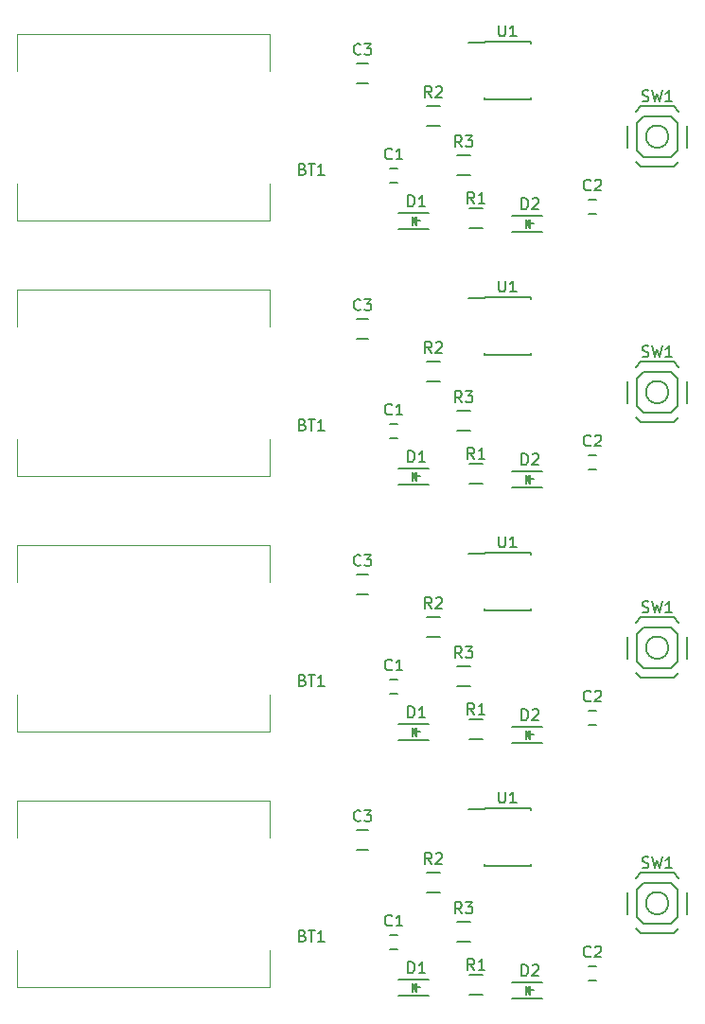
<source format=gto>
G04 #@! TF.FileFunction,Legend,Top*
%FSLAX46Y46*%
G04 Gerber Fmt 4.6, Leading zero omitted, Abs format (unit mm)*
G04 Created by KiCad (PCBNEW 4.0.5+dfsg1-4) date Tue Jun 30 20:55:17 2020*
%MOMM*%
%LPD*%
G01*
G04 APERTURE LIST*
%ADD10C,0.100000*%
%ADD11C,0.150000*%
G04 APERTURE END LIST*
D10*
D11*
X144938000Y-63408000D02*
X145638000Y-63408000D01*
X145638000Y-64608000D02*
X144938000Y-64608000D01*
X152149100Y-63968600D02*
X150949100Y-63968600D01*
X150949100Y-62218600D02*
X152149100Y-62218600D01*
X149444000Y-59549000D02*
X148244000Y-59549000D01*
X148244000Y-57799000D02*
X149444000Y-57799000D01*
X145720000Y-68822000D02*
X148420000Y-68822000D01*
X145720000Y-67322000D02*
X148420000Y-67322000D01*
X147220000Y-68222000D02*
X147220000Y-67972000D01*
X147220000Y-67972000D02*
X147070000Y-68122000D01*
X146970000Y-67722000D02*
X146970000Y-68422000D01*
X147320000Y-68072000D02*
X147670000Y-68072000D01*
X146970000Y-68072000D02*
X147320000Y-67722000D01*
X147320000Y-67722000D02*
X147320000Y-68422000D01*
X147320000Y-68422000D02*
X146970000Y-68072000D01*
X155880000Y-69076000D02*
X158580000Y-69076000D01*
X155880000Y-67576000D02*
X158580000Y-67576000D01*
X157380000Y-68476000D02*
X157380000Y-68226000D01*
X157380000Y-68226000D02*
X157230000Y-68376000D01*
X157130000Y-67976000D02*
X157130000Y-68676000D01*
X157480000Y-68326000D02*
X157830000Y-68326000D01*
X157130000Y-68326000D02*
X157480000Y-67976000D01*
X157480000Y-67976000D02*
X157480000Y-68676000D01*
X157480000Y-68676000D02*
X157130000Y-68326000D01*
X162718000Y-66202000D02*
X163418000Y-66202000D01*
X163418000Y-67402000D02*
X162718000Y-67402000D01*
X153254000Y-68693000D02*
X152054000Y-68693000D01*
X152054000Y-66943000D02*
X153254000Y-66943000D01*
X169858000Y-60524000D02*
G75*
G03X169858000Y-60524000I-1000000J0D01*
G01*
X167658000Y-58724000D02*
X170058000Y-58724000D01*
X167058000Y-59324000D02*
X167658000Y-58724000D01*
X167058000Y-61724000D02*
X167058000Y-59324000D01*
X167658000Y-62324000D02*
X167058000Y-61724000D01*
X170058000Y-62324000D02*
X167658000Y-62324000D01*
X170658000Y-61724000D02*
X170058000Y-62324000D01*
X170658000Y-59324000D02*
X170658000Y-61724000D01*
X170058000Y-58724000D02*
X170658000Y-59324000D01*
X167408000Y-57824000D02*
X170308000Y-57824000D01*
X166958000Y-58274000D02*
X167408000Y-57824000D01*
X166158000Y-61524000D02*
X166158000Y-59524000D01*
X167408000Y-63224000D02*
X166958000Y-62774000D01*
X170308000Y-63224000D02*
X167408000Y-63224000D01*
X170758000Y-62774000D02*
X170308000Y-63224000D01*
X171558000Y-59524000D02*
X171558000Y-61524000D01*
X170308000Y-57824000D02*
X170758000Y-58274000D01*
X153373000Y-52035000D02*
X153373000Y-52085000D01*
X157523000Y-52035000D02*
X157523000Y-52180000D01*
X157523000Y-57185000D02*
X157523000Y-57040000D01*
X153373000Y-57185000D02*
X153373000Y-57040000D01*
X153373000Y-52035000D02*
X157523000Y-52035000D01*
X153373000Y-57185000D02*
X157523000Y-57185000D01*
X153373000Y-52085000D02*
X151973000Y-52085000D01*
X142978000Y-54014000D02*
X141978000Y-54014000D01*
X141978000Y-55714000D02*
X142978000Y-55714000D01*
D10*
X111614000Y-51390000D02*
X111614000Y-54690000D01*
X134214000Y-51390000D02*
X134214000Y-54690000D01*
X111614000Y-64690000D02*
X111614000Y-67990000D01*
X134214000Y-67990000D02*
X134214000Y-64690000D01*
X111614000Y-51390000D02*
X134214000Y-51390000D01*
X111614000Y-67990000D02*
X134214000Y-67990000D01*
X111614000Y-74250000D02*
X111614000Y-77550000D01*
X134214000Y-74250000D02*
X134214000Y-77550000D01*
X111614000Y-87550000D02*
X111614000Y-90850000D01*
X134214000Y-90850000D02*
X134214000Y-87550000D01*
X111614000Y-74250000D02*
X134214000Y-74250000D01*
X111614000Y-90850000D02*
X134214000Y-90850000D01*
D11*
X169858000Y-83384000D02*
G75*
G03X169858000Y-83384000I-1000000J0D01*
G01*
X167658000Y-81584000D02*
X170058000Y-81584000D01*
X167058000Y-82184000D02*
X167658000Y-81584000D01*
X167058000Y-84584000D02*
X167058000Y-82184000D01*
X167658000Y-85184000D02*
X167058000Y-84584000D01*
X170058000Y-85184000D02*
X167658000Y-85184000D01*
X170658000Y-84584000D02*
X170058000Y-85184000D01*
X170658000Y-82184000D02*
X170658000Y-84584000D01*
X170058000Y-81584000D02*
X170658000Y-82184000D01*
X167408000Y-80684000D02*
X170308000Y-80684000D01*
X166958000Y-81134000D02*
X167408000Y-80684000D01*
X166158000Y-84384000D02*
X166158000Y-82384000D01*
X167408000Y-86084000D02*
X166958000Y-85634000D01*
X170308000Y-86084000D02*
X167408000Y-86084000D01*
X170758000Y-85634000D02*
X170308000Y-86084000D01*
X171558000Y-82384000D02*
X171558000Y-84384000D01*
X170308000Y-80684000D02*
X170758000Y-81134000D01*
X162718000Y-89062000D02*
X163418000Y-89062000D01*
X163418000Y-90262000D02*
X162718000Y-90262000D01*
X142978000Y-76874000D02*
X141978000Y-76874000D01*
X141978000Y-78574000D02*
X142978000Y-78574000D01*
X149444000Y-82409000D02*
X148244000Y-82409000D01*
X148244000Y-80659000D02*
X149444000Y-80659000D01*
X153373000Y-74895000D02*
X153373000Y-74945000D01*
X157523000Y-74895000D02*
X157523000Y-75040000D01*
X157523000Y-80045000D02*
X157523000Y-79900000D01*
X153373000Y-80045000D02*
X153373000Y-79900000D01*
X153373000Y-74895000D02*
X157523000Y-74895000D01*
X153373000Y-80045000D02*
X157523000Y-80045000D01*
X153373000Y-74945000D02*
X151973000Y-74945000D01*
X144938000Y-86268000D02*
X145638000Y-86268000D01*
X145638000Y-87468000D02*
X144938000Y-87468000D01*
X153254000Y-91553000D02*
X152054000Y-91553000D01*
X152054000Y-89803000D02*
X153254000Y-89803000D01*
X152149100Y-86828600D02*
X150949100Y-86828600D01*
X150949100Y-85078600D02*
X152149100Y-85078600D01*
X145720000Y-91682000D02*
X148420000Y-91682000D01*
X145720000Y-90182000D02*
X148420000Y-90182000D01*
X147220000Y-91082000D02*
X147220000Y-90832000D01*
X147220000Y-90832000D02*
X147070000Y-90982000D01*
X146970000Y-90582000D02*
X146970000Y-91282000D01*
X147320000Y-90932000D02*
X147670000Y-90932000D01*
X146970000Y-90932000D02*
X147320000Y-90582000D01*
X147320000Y-90582000D02*
X147320000Y-91282000D01*
X147320000Y-91282000D02*
X146970000Y-90932000D01*
X155880000Y-91936000D02*
X158580000Y-91936000D01*
X155880000Y-90436000D02*
X158580000Y-90436000D01*
X157380000Y-91336000D02*
X157380000Y-91086000D01*
X157380000Y-91086000D02*
X157230000Y-91236000D01*
X157130000Y-90836000D02*
X157130000Y-91536000D01*
X157480000Y-91186000D02*
X157830000Y-91186000D01*
X157130000Y-91186000D02*
X157480000Y-90836000D01*
X157480000Y-90836000D02*
X157480000Y-91536000D01*
X157480000Y-91536000D02*
X157130000Y-91186000D01*
X169858000Y-106244000D02*
G75*
G03X169858000Y-106244000I-1000000J0D01*
G01*
X167658000Y-104444000D02*
X170058000Y-104444000D01*
X167058000Y-105044000D02*
X167658000Y-104444000D01*
X167058000Y-107444000D02*
X167058000Y-105044000D01*
X167658000Y-108044000D02*
X167058000Y-107444000D01*
X170058000Y-108044000D02*
X167658000Y-108044000D01*
X170658000Y-107444000D02*
X170058000Y-108044000D01*
X170658000Y-105044000D02*
X170658000Y-107444000D01*
X170058000Y-104444000D02*
X170658000Y-105044000D01*
X167408000Y-103544000D02*
X170308000Y-103544000D01*
X166958000Y-103994000D02*
X167408000Y-103544000D01*
X166158000Y-107244000D02*
X166158000Y-105244000D01*
X167408000Y-108944000D02*
X166958000Y-108494000D01*
X170308000Y-108944000D02*
X167408000Y-108944000D01*
X170758000Y-108494000D02*
X170308000Y-108944000D01*
X171558000Y-105244000D02*
X171558000Y-107244000D01*
X170308000Y-103544000D02*
X170758000Y-103994000D01*
D10*
X111614000Y-97110000D02*
X111614000Y-100410000D01*
X134214000Y-97110000D02*
X134214000Y-100410000D01*
X111614000Y-110410000D02*
X111614000Y-113710000D01*
X134214000Y-113710000D02*
X134214000Y-110410000D01*
X111614000Y-97110000D02*
X134214000Y-97110000D01*
X111614000Y-113710000D02*
X134214000Y-113710000D01*
D11*
X144938000Y-109128000D02*
X145638000Y-109128000D01*
X145638000Y-110328000D02*
X144938000Y-110328000D01*
X142978000Y-99734000D02*
X141978000Y-99734000D01*
X141978000Y-101434000D02*
X142978000Y-101434000D01*
X149444000Y-105269000D02*
X148244000Y-105269000D01*
X148244000Y-103519000D02*
X149444000Y-103519000D01*
X145720000Y-114542000D02*
X148420000Y-114542000D01*
X145720000Y-113042000D02*
X148420000Y-113042000D01*
X147220000Y-113942000D02*
X147220000Y-113692000D01*
X147220000Y-113692000D02*
X147070000Y-113842000D01*
X146970000Y-113442000D02*
X146970000Y-114142000D01*
X147320000Y-113792000D02*
X147670000Y-113792000D01*
X146970000Y-113792000D02*
X147320000Y-113442000D01*
X147320000Y-113442000D02*
X147320000Y-114142000D01*
X147320000Y-114142000D02*
X146970000Y-113792000D01*
X153373000Y-97755000D02*
X153373000Y-97805000D01*
X157523000Y-97755000D02*
X157523000Y-97900000D01*
X157523000Y-102905000D02*
X157523000Y-102760000D01*
X153373000Y-102905000D02*
X153373000Y-102760000D01*
X153373000Y-97755000D02*
X157523000Y-97755000D01*
X153373000Y-102905000D02*
X157523000Y-102905000D01*
X153373000Y-97805000D02*
X151973000Y-97805000D01*
X153254000Y-114413000D02*
X152054000Y-114413000D01*
X152054000Y-112663000D02*
X153254000Y-112663000D01*
X152149100Y-109688600D02*
X150949100Y-109688600D01*
X150949100Y-107938600D02*
X152149100Y-107938600D01*
X162718000Y-111922000D02*
X163418000Y-111922000D01*
X163418000Y-113122000D02*
X162718000Y-113122000D01*
X155880000Y-114796000D02*
X158580000Y-114796000D01*
X155880000Y-113296000D02*
X158580000Y-113296000D01*
X157380000Y-114196000D02*
X157380000Y-113946000D01*
X157380000Y-113946000D02*
X157230000Y-114096000D01*
X157130000Y-113696000D02*
X157130000Y-114396000D01*
X157480000Y-114046000D02*
X157830000Y-114046000D01*
X157130000Y-114046000D02*
X157480000Y-113696000D01*
X157480000Y-113696000D02*
X157480000Y-114396000D01*
X157480000Y-114396000D02*
X157130000Y-114046000D01*
D10*
X111614000Y-119970000D02*
X111614000Y-123270000D01*
X134214000Y-119970000D02*
X134214000Y-123270000D01*
X111614000Y-133270000D02*
X111614000Y-136570000D01*
X134214000Y-136570000D02*
X134214000Y-133270000D01*
X111614000Y-119970000D02*
X134214000Y-119970000D01*
X111614000Y-136570000D02*
X134214000Y-136570000D01*
D11*
X144938000Y-131988000D02*
X145638000Y-131988000D01*
X145638000Y-133188000D02*
X144938000Y-133188000D01*
X162718000Y-134782000D02*
X163418000Y-134782000D01*
X163418000Y-135982000D02*
X162718000Y-135982000D01*
X142978000Y-122594000D02*
X141978000Y-122594000D01*
X141978000Y-124294000D02*
X142978000Y-124294000D01*
X145720000Y-137402000D02*
X148420000Y-137402000D01*
X145720000Y-135902000D02*
X148420000Y-135902000D01*
X147220000Y-136802000D02*
X147220000Y-136552000D01*
X147220000Y-136552000D02*
X147070000Y-136702000D01*
X146970000Y-136302000D02*
X146970000Y-137002000D01*
X147320000Y-136652000D02*
X147670000Y-136652000D01*
X146970000Y-136652000D02*
X147320000Y-136302000D01*
X147320000Y-136302000D02*
X147320000Y-137002000D01*
X147320000Y-137002000D02*
X146970000Y-136652000D01*
X155880000Y-137656000D02*
X158580000Y-137656000D01*
X155880000Y-136156000D02*
X158580000Y-136156000D01*
X157380000Y-137056000D02*
X157380000Y-136806000D01*
X157380000Y-136806000D02*
X157230000Y-136956000D01*
X157130000Y-136556000D02*
X157130000Y-137256000D01*
X157480000Y-136906000D02*
X157830000Y-136906000D01*
X157130000Y-136906000D02*
X157480000Y-136556000D01*
X157480000Y-136556000D02*
X157480000Y-137256000D01*
X157480000Y-137256000D02*
X157130000Y-136906000D01*
X153254000Y-137273000D02*
X152054000Y-137273000D01*
X152054000Y-135523000D02*
X153254000Y-135523000D01*
X149444000Y-128129000D02*
X148244000Y-128129000D01*
X148244000Y-126379000D02*
X149444000Y-126379000D01*
X152149100Y-132548600D02*
X150949100Y-132548600D01*
X150949100Y-130798600D02*
X152149100Y-130798600D01*
X169858000Y-129104000D02*
G75*
G03X169858000Y-129104000I-1000000J0D01*
G01*
X167658000Y-127304000D02*
X170058000Y-127304000D01*
X167058000Y-127904000D02*
X167658000Y-127304000D01*
X167058000Y-130304000D02*
X167058000Y-127904000D01*
X167658000Y-130904000D02*
X167058000Y-130304000D01*
X170058000Y-130904000D02*
X167658000Y-130904000D01*
X170658000Y-130304000D02*
X170058000Y-130904000D01*
X170658000Y-127904000D02*
X170658000Y-130304000D01*
X170058000Y-127304000D02*
X170658000Y-127904000D01*
X167408000Y-126404000D02*
X170308000Y-126404000D01*
X166958000Y-126854000D02*
X167408000Y-126404000D01*
X166158000Y-130104000D02*
X166158000Y-128104000D01*
X167408000Y-131804000D02*
X166958000Y-131354000D01*
X170308000Y-131804000D02*
X167408000Y-131804000D01*
X170758000Y-131354000D02*
X170308000Y-131804000D01*
X171558000Y-128104000D02*
X171558000Y-130104000D01*
X170308000Y-126404000D02*
X170758000Y-126854000D01*
X153373000Y-120615000D02*
X153373000Y-120665000D01*
X157523000Y-120615000D02*
X157523000Y-120760000D01*
X157523000Y-125765000D02*
X157523000Y-125620000D01*
X153373000Y-125765000D02*
X153373000Y-125620000D01*
X153373000Y-120615000D02*
X157523000Y-120615000D01*
X153373000Y-125765000D02*
X157523000Y-125765000D01*
X153373000Y-120665000D02*
X151973000Y-120665000D01*
X145121334Y-62465143D02*
X145073715Y-62512762D01*
X144930858Y-62560381D01*
X144835620Y-62560381D01*
X144692762Y-62512762D01*
X144597524Y-62417524D01*
X144549905Y-62322286D01*
X144502286Y-62131810D01*
X144502286Y-61988952D01*
X144549905Y-61798476D01*
X144597524Y-61703238D01*
X144692762Y-61608000D01*
X144835620Y-61560381D01*
X144930858Y-61560381D01*
X145073715Y-61608000D01*
X145121334Y-61655619D01*
X146073715Y-62560381D02*
X145502286Y-62560381D01*
X145788000Y-62560381D02*
X145788000Y-61560381D01*
X145692762Y-61703238D01*
X145597524Y-61798476D01*
X145502286Y-61846095D01*
X151382434Y-61445981D02*
X151049100Y-60969790D01*
X150811005Y-61445981D02*
X150811005Y-60445981D01*
X151191958Y-60445981D01*
X151287196Y-60493600D01*
X151334815Y-60541219D01*
X151382434Y-60636457D01*
X151382434Y-60779314D01*
X151334815Y-60874552D01*
X151287196Y-60922171D01*
X151191958Y-60969790D01*
X150811005Y-60969790D01*
X151715767Y-60445981D02*
X152334815Y-60445981D01*
X152001481Y-60826933D01*
X152144339Y-60826933D01*
X152239577Y-60874552D01*
X152287196Y-60922171D01*
X152334815Y-61017410D01*
X152334815Y-61255505D01*
X152287196Y-61350743D01*
X152239577Y-61398362D01*
X152144339Y-61445981D01*
X151858624Y-61445981D01*
X151763386Y-61398362D01*
X151715767Y-61350743D01*
X148677334Y-57026381D02*
X148344000Y-56550190D01*
X148105905Y-57026381D02*
X148105905Y-56026381D01*
X148486858Y-56026381D01*
X148582096Y-56074000D01*
X148629715Y-56121619D01*
X148677334Y-56216857D01*
X148677334Y-56359714D01*
X148629715Y-56454952D01*
X148582096Y-56502571D01*
X148486858Y-56550190D01*
X148105905Y-56550190D01*
X149058286Y-56121619D02*
X149105905Y-56074000D01*
X149201143Y-56026381D01*
X149439239Y-56026381D01*
X149534477Y-56074000D01*
X149582096Y-56121619D01*
X149629715Y-56216857D01*
X149629715Y-56312095D01*
X149582096Y-56454952D01*
X149010667Y-57026381D01*
X149629715Y-57026381D01*
X146581905Y-66774381D02*
X146581905Y-65774381D01*
X146820000Y-65774381D01*
X146962858Y-65822000D01*
X147058096Y-65917238D01*
X147105715Y-66012476D01*
X147153334Y-66202952D01*
X147153334Y-66345810D01*
X147105715Y-66536286D01*
X147058096Y-66631524D01*
X146962858Y-66726762D01*
X146820000Y-66774381D01*
X146581905Y-66774381D01*
X148105715Y-66774381D02*
X147534286Y-66774381D01*
X147820000Y-66774381D02*
X147820000Y-65774381D01*
X147724762Y-65917238D01*
X147629524Y-66012476D01*
X147534286Y-66060095D01*
X156741905Y-67028381D02*
X156741905Y-66028381D01*
X156980000Y-66028381D01*
X157122858Y-66076000D01*
X157218096Y-66171238D01*
X157265715Y-66266476D01*
X157313334Y-66456952D01*
X157313334Y-66599810D01*
X157265715Y-66790286D01*
X157218096Y-66885524D01*
X157122858Y-66980762D01*
X156980000Y-67028381D01*
X156741905Y-67028381D01*
X157694286Y-66123619D02*
X157741905Y-66076000D01*
X157837143Y-66028381D01*
X158075239Y-66028381D01*
X158170477Y-66076000D01*
X158218096Y-66123619D01*
X158265715Y-66218857D01*
X158265715Y-66314095D01*
X158218096Y-66456952D01*
X157646667Y-67028381D01*
X158265715Y-67028381D01*
X162901334Y-65259143D02*
X162853715Y-65306762D01*
X162710858Y-65354381D01*
X162615620Y-65354381D01*
X162472762Y-65306762D01*
X162377524Y-65211524D01*
X162329905Y-65116286D01*
X162282286Y-64925810D01*
X162282286Y-64782952D01*
X162329905Y-64592476D01*
X162377524Y-64497238D01*
X162472762Y-64402000D01*
X162615620Y-64354381D01*
X162710858Y-64354381D01*
X162853715Y-64402000D01*
X162901334Y-64449619D01*
X163282286Y-64449619D02*
X163329905Y-64402000D01*
X163425143Y-64354381D01*
X163663239Y-64354381D01*
X163758477Y-64402000D01*
X163806096Y-64449619D01*
X163853715Y-64544857D01*
X163853715Y-64640095D01*
X163806096Y-64782952D01*
X163234667Y-65354381D01*
X163853715Y-65354381D01*
X152487334Y-66492381D02*
X152154000Y-66016190D01*
X151915905Y-66492381D02*
X151915905Y-65492381D01*
X152296858Y-65492381D01*
X152392096Y-65540000D01*
X152439715Y-65587619D01*
X152487334Y-65682857D01*
X152487334Y-65825714D01*
X152439715Y-65920952D01*
X152392096Y-65968571D01*
X152296858Y-66016190D01*
X151915905Y-66016190D01*
X153439715Y-66492381D02*
X152868286Y-66492381D01*
X153154000Y-66492381D02*
X153154000Y-65492381D01*
X153058762Y-65635238D01*
X152963524Y-65730476D01*
X152868286Y-65778095D01*
X167524667Y-57328762D02*
X167667524Y-57376381D01*
X167905620Y-57376381D01*
X168000858Y-57328762D01*
X168048477Y-57281143D01*
X168096096Y-57185905D01*
X168096096Y-57090667D01*
X168048477Y-56995429D01*
X168000858Y-56947810D01*
X167905620Y-56900190D01*
X167715143Y-56852571D01*
X167619905Y-56804952D01*
X167572286Y-56757333D01*
X167524667Y-56662095D01*
X167524667Y-56566857D01*
X167572286Y-56471619D01*
X167619905Y-56424000D01*
X167715143Y-56376381D01*
X167953239Y-56376381D01*
X168096096Y-56424000D01*
X168429429Y-56376381D02*
X168667524Y-57376381D01*
X168858001Y-56662095D01*
X169048477Y-57376381D01*
X169286572Y-56376381D01*
X170191334Y-57376381D02*
X169619905Y-57376381D01*
X169905619Y-57376381D02*
X169905619Y-56376381D01*
X169810381Y-56519238D01*
X169715143Y-56614476D01*
X169619905Y-56662095D01*
X154686095Y-50562381D02*
X154686095Y-51371905D01*
X154733714Y-51467143D01*
X154781333Y-51514762D01*
X154876571Y-51562381D01*
X155067048Y-51562381D01*
X155162286Y-51514762D01*
X155209905Y-51467143D01*
X155257524Y-51371905D01*
X155257524Y-50562381D01*
X156257524Y-51562381D02*
X155686095Y-51562381D01*
X155971809Y-51562381D02*
X155971809Y-50562381D01*
X155876571Y-50705238D01*
X155781333Y-50800476D01*
X155686095Y-50848095D01*
X142311334Y-53121143D02*
X142263715Y-53168762D01*
X142120858Y-53216381D01*
X142025620Y-53216381D01*
X141882762Y-53168762D01*
X141787524Y-53073524D01*
X141739905Y-52978286D01*
X141692286Y-52787810D01*
X141692286Y-52644952D01*
X141739905Y-52454476D01*
X141787524Y-52359238D01*
X141882762Y-52264000D01*
X142025620Y-52216381D01*
X142120858Y-52216381D01*
X142263715Y-52264000D01*
X142311334Y-52311619D01*
X142644667Y-52216381D02*
X143263715Y-52216381D01*
X142930381Y-52597333D01*
X143073239Y-52597333D01*
X143168477Y-52644952D01*
X143216096Y-52692571D01*
X143263715Y-52787810D01*
X143263715Y-53025905D01*
X143216096Y-53121143D01*
X143168477Y-53168762D01*
X143073239Y-53216381D01*
X142787524Y-53216381D01*
X142692286Y-53168762D01*
X142644667Y-53121143D01*
X137136286Y-63428571D02*
X137279143Y-63476190D01*
X137326762Y-63523810D01*
X137374381Y-63619048D01*
X137374381Y-63761905D01*
X137326762Y-63857143D01*
X137279143Y-63904762D01*
X137183905Y-63952381D01*
X136802952Y-63952381D01*
X136802952Y-62952381D01*
X137136286Y-62952381D01*
X137231524Y-63000000D01*
X137279143Y-63047619D01*
X137326762Y-63142857D01*
X137326762Y-63238095D01*
X137279143Y-63333333D01*
X137231524Y-63380952D01*
X137136286Y-63428571D01*
X136802952Y-63428571D01*
X137660095Y-62952381D02*
X138231524Y-62952381D01*
X137945809Y-63952381D02*
X137945809Y-62952381D01*
X139088667Y-63952381D02*
X138517238Y-63952381D01*
X138802952Y-63952381D02*
X138802952Y-62952381D01*
X138707714Y-63095238D01*
X138612476Y-63190476D01*
X138517238Y-63238095D01*
X137136286Y-86288571D02*
X137279143Y-86336190D01*
X137326762Y-86383810D01*
X137374381Y-86479048D01*
X137374381Y-86621905D01*
X137326762Y-86717143D01*
X137279143Y-86764762D01*
X137183905Y-86812381D01*
X136802952Y-86812381D01*
X136802952Y-85812381D01*
X137136286Y-85812381D01*
X137231524Y-85860000D01*
X137279143Y-85907619D01*
X137326762Y-86002857D01*
X137326762Y-86098095D01*
X137279143Y-86193333D01*
X137231524Y-86240952D01*
X137136286Y-86288571D01*
X136802952Y-86288571D01*
X137660095Y-85812381D02*
X138231524Y-85812381D01*
X137945809Y-86812381D02*
X137945809Y-85812381D01*
X139088667Y-86812381D02*
X138517238Y-86812381D01*
X138802952Y-86812381D02*
X138802952Y-85812381D01*
X138707714Y-85955238D01*
X138612476Y-86050476D01*
X138517238Y-86098095D01*
X167524667Y-80188762D02*
X167667524Y-80236381D01*
X167905620Y-80236381D01*
X168000858Y-80188762D01*
X168048477Y-80141143D01*
X168096096Y-80045905D01*
X168096096Y-79950667D01*
X168048477Y-79855429D01*
X168000858Y-79807810D01*
X167905620Y-79760190D01*
X167715143Y-79712571D01*
X167619905Y-79664952D01*
X167572286Y-79617333D01*
X167524667Y-79522095D01*
X167524667Y-79426857D01*
X167572286Y-79331619D01*
X167619905Y-79284000D01*
X167715143Y-79236381D01*
X167953239Y-79236381D01*
X168096096Y-79284000D01*
X168429429Y-79236381D02*
X168667524Y-80236381D01*
X168858001Y-79522095D01*
X169048477Y-80236381D01*
X169286572Y-79236381D01*
X170191334Y-80236381D02*
X169619905Y-80236381D01*
X169905619Y-80236381D02*
X169905619Y-79236381D01*
X169810381Y-79379238D01*
X169715143Y-79474476D01*
X169619905Y-79522095D01*
X162901334Y-88119143D02*
X162853715Y-88166762D01*
X162710858Y-88214381D01*
X162615620Y-88214381D01*
X162472762Y-88166762D01*
X162377524Y-88071524D01*
X162329905Y-87976286D01*
X162282286Y-87785810D01*
X162282286Y-87642952D01*
X162329905Y-87452476D01*
X162377524Y-87357238D01*
X162472762Y-87262000D01*
X162615620Y-87214381D01*
X162710858Y-87214381D01*
X162853715Y-87262000D01*
X162901334Y-87309619D01*
X163282286Y-87309619D02*
X163329905Y-87262000D01*
X163425143Y-87214381D01*
X163663239Y-87214381D01*
X163758477Y-87262000D01*
X163806096Y-87309619D01*
X163853715Y-87404857D01*
X163853715Y-87500095D01*
X163806096Y-87642952D01*
X163234667Y-88214381D01*
X163853715Y-88214381D01*
X142311334Y-75981143D02*
X142263715Y-76028762D01*
X142120858Y-76076381D01*
X142025620Y-76076381D01*
X141882762Y-76028762D01*
X141787524Y-75933524D01*
X141739905Y-75838286D01*
X141692286Y-75647810D01*
X141692286Y-75504952D01*
X141739905Y-75314476D01*
X141787524Y-75219238D01*
X141882762Y-75124000D01*
X142025620Y-75076381D01*
X142120858Y-75076381D01*
X142263715Y-75124000D01*
X142311334Y-75171619D01*
X142644667Y-75076381D02*
X143263715Y-75076381D01*
X142930381Y-75457333D01*
X143073239Y-75457333D01*
X143168477Y-75504952D01*
X143216096Y-75552571D01*
X143263715Y-75647810D01*
X143263715Y-75885905D01*
X143216096Y-75981143D01*
X143168477Y-76028762D01*
X143073239Y-76076381D01*
X142787524Y-76076381D01*
X142692286Y-76028762D01*
X142644667Y-75981143D01*
X148677334Y-79886381D02*
X148344000Y-79410190D01*
X148105905Y-79886381D02*
X148105905Y-78886381D01*
X148486858Y-78886381D01*
X148582096Y-78934000D01*
X148629715Y-78981619D01*
X148677334Y-79076857D01*
X148677334Y-79219714D01*
X148629715Y-79314952D01*
X148582096Y-79362571D01*
X148486858Y-79410190D01*
X148105905Y-79410190D01*
X149058286Y-78981619D02*
X149105905Y-78934000D01*
X149201143Y-78886381D01*
X149439239Y-78886381D01*
X149534477Y-78934000D01*
X149582096Y-78981619D01*
X149629715Y-79076857D01*
X149629715Y-79172095D01*
X149582096Y-79314952D01*
X149010667Y-79886381D01*
X149629715Y-79886381D01*
X154686095Y-73422381D02*
X154686095Y-74231905D01*
X154733714Y-74327143D01*
X154781333Y-74374762D01*
X154876571Y-74422381D01*
X155067048Y-74422381D01*
X155162286Y-74374762D01*
X155209905Y-74327143D01*
X155257524Y-74231905D01*
X155257524Y-73422381D01*
X156257524Y-74422381D02*
X155686095Y-74422381D01*
X155971809Y-74422381D02*
X155971809Y-73422381D01*
X155876571Y-73565238D01*
X155781333Y-73660476D01*
X155686095Y-73708095D01*
X145121334Y-85325143D02*
X145073715Y-85372762D01*
X144930858Y-85420381D01*
X144835620Y-85420381D01*
X144692762Y-85372762D01*
X144597524Y-85277524D01*
X144549905Y-85182286D01*
X144502286Y-84991810D01*
X144502286Y-84848952D01*
X144549905Y-84658476D01*
X144597524Y-84563238D01*
X144692762Y-84468000D01*
X144835620Y-84420381D01*
X144930858Y-84420381D01*
X145073715Y-84468000D01*
X145121334Y-84515619D01*
X146073715Y-85420381D02*
X145502286Y-85420381D01*
X145788000Y-85420381D02*
X145788000Y-84420381D01*
X145692762Y-84563238D01*
X145597524Y-84658476D01*
X145502286Y-84706095D01*
X152487334Y-89352381D02*
X152154000Y-88876190D01*
X151915905Y-89352381D02*
X151915905Y-88352381D01*
X152296858Y-88352381D01*
X152392096Y-88400000D01*
X152439715Y-88447619D01*
X152487334Y-88542857D01*
X152487334Y-88685714D01*
X152439715Y-88780952D01*
X152392096Y-88828571D01*
X152296858Y-88876190D01*
X151915905Y-88876190D01*
X153439715Y-89352381D02*
X152868286Y-89352381D01*
X153154000Y-89352381D02*
X153154000Y-88352381D01*
X153058762Y-88495238D01*
X152963524Y-88590476D01*
X152868286Y-88638095D01*
X151382434Y-84305981D02*
X151049100Y-83829790D01*
X150811005Y-84305981D02*
X150811005Y-83305981D01*
X151191958Y-83305981D01*
X151287196Y-83353600D01*
X151334815Y-83401219D01*
X151382434Y-83496457D01*
X151382434Y-83639314D01*
X151334815Y-83734552D01*
X151287196Y-83782171D01*
X151191958Y-83829790D01*
X150811005Y-83829790D01*
X151715767Y-83305981D02*
X152334815Y-83305981D01*
X152001481Y-83686933D01*
X152144339Y-83686933D01*
X152239577Y-83734552D01*
X152287196Y-83782171D01*
X152334815Y-83877410D01*
X152334815Y-84115505D01*
X152287196Y-84210743D01*
X152239577Y-84258362D01*
X152144339Y-84305981D01*
X151858624Y-84305981D01*
X151763386Y-84258362D01*
X151715767Y-84210743D01*
X146581905Y-89634381D02*
X146581905Y-88634381D01*
X146820000Y-88634381D01*
X146962858Y-88682000D01*
X147058096Y-88777238D01*
X147105715Y-88872476D01*
X147153334Y-89062952D01*
X147153334Y-89205810D01*
X147105715Y-89396286D01*
X147058096Y-89491524D01*
X146962858Y-89586762D01*
X146820000Y-89634381D01*
X146581905Y-89634381D01*
X148105715Y-89634381D02*
X147534286Y-89634381D01*
X147820000Y-89634381D02*
X147820000Y-88634381D01*
X147724762Y-88777238D01*
X147629524Y-88872476D01*
X147534286Y-88920095D01*
X156741905Y-89888381D02*
X156741905Y-88888381D01*
X156980000Y-88888381D01*
X157122858Y-88936000D01*
X157218096Y-89031238D01*
X157265715Y-89126476D01*
X157313334Y-89316952D01*
X157313334Y-89459810D01*
X157265715Y-89650286D01*
X157218096Y-89745524D01*
X157122858Y-89840762D01*
X156980000Y-89888381D01*
X156741905Y-89888381D01*
X157694286Y-88983619D02*
X157741905Y-88936000D01*
X157837143Y-88888381D01*
X158075239Y-88888381D01*
X158170477Y-88936000D01*
X158218096Y-88983619D01*
X158265715Y-89078857D01*
X158265715Y-89174095D01*
X158218096Y-89316952D01*
X157646667Y-89888381D01*
X158265715Y-89888381D01*
X167524667Y-103048762D02*
X167667524Y-103096381D01*
X167905620Y-103096381D01*
X168000858Y-103048762D01*
X168048477Y-103001143D01*
X168096096Y-102905905D01*
X168096096Y-102810667D01*
X168048477Y-102715429D01*
X168000858Y-102667810D01*
X167905620Y-102620190D01*
X167715143Y-102572571D01*
X167619905Y-102524952D01*
X167572286Y-102477333D01*
X167524667Y-102382095D01*
X167524667Y-102286857D01*
X167572286Y-102191619D01*
X167619905Y-102144000D01*
X167715143Y-102096381D01*
X167953239Y-102096381D01*
X168096096Y-102144000D01*
X168429429Y-102096381D02*
X168667524Y-103096381D01*
X168858001Y-102382095D01*
X169048477Y-103096381D01*
X169286572Y-102096381D01*
X170191334Y-103096381D02*
X169619905Y-103096381D01*
X169905619Y-103096381D02*
X169905619Y-102096381D01*
X169810381Y-102239238D01*
X169715143Y-102334476D01*
X169619905Y-102382095D01*
X137136286Y-109148571D02*
X137279143Y-109196190D01*
X137326762Y-109243810D01*
X137374381Y-109339048D01*
X137374381Y-109481905D01*
X137326762Y-109577143D01*
X137279143Y-109624762D01*
X137183905Y-109672381D01*
X136802952Y-109672381D01*
X136802952Y-108672381D01*
X137136286Y-108672381D01*
X137231524Y-108720000D01*
X137279143Y-108767619D01*
X137326762Y-108862857D01*
X137326762Y-108958095D01*
X137279143Y-109053333D01*
X137231524Y-109100952D01*
X137136286Y-109148571D01*
X136802952Y-109148571D01*
X137660095Y-108672381D02*
X138231524Y-108672381D01*
X137945809Y-109672381D02*
X137945809Y-108672381D01*
X139088667Y-109672381D02*
X138517238Y-109672381D01*
X138802952Y-109672381D02*
X138802952Y-108672381D01*
X138707714Y-108815238D01*
X138612476Y-108910476D01*
X138517238Y-108958095D01*
X145121334Y-108185143D02*
X145073715Y-108232762D01*
X144930858Y-108280381D01*
X144835620Y-108280381D01*
X144692762Y-108232762D01*
X144597524Y-108137524D01*
X144549905Y-108042286D01*
X144502286Y-107851810D01*
X144502286Y-107708952D01*
X144549905Y-107518476D01*
X144597524Y-107423238D01*
X144692762Y-107328000D01*
X144835620Y-107280381D01*
X144930858Y-107280381D01*
X145073715Y-107328000D01*
X145121334Y-107375619D01*
X146073715Y-108280381D02*
X145502286Y-108280381D01*
X145788000Y-108280381D02*
X145788000Y-107280381D01*
X145692762Y-107423238D01*
X145597524Y-107518476D01*
X145502286Y-107566095D01*
X142311334Y-98841143D02*
X142263715Y-98888762D01*
X142120858Y-98936381D01*
X142025620Y-98936381D01*
X141882762Y-98888762D01*
X141787524Y-98793524D01*
X141739905Y-98698286D01*
X141692286Y-98507810D01*
X141692286Y-98364952D01*
X141739905Y-98174476D01*
X141787524Y-98079238D01*
X141882762Y-97984000D01*
X142025620Y-97936381D01*
X142120858Y-97936381D01*
X142263715Y-97984000D01*
X142311334Y-98031619D01*
X142644667Y-97936381D02*
X143263715Y-97936381D01*
X142930381Y-98317333D01*
X143073239Y-98317333D01*
X143168477Y-98364952D01*
X143216096Y-98412571D01*
X143263715Y-98507810D01*
X143263715Y-98745905D01*
X143216096Y-98841143D01*
X143168477Y-98888762D01*
X143073239Y-98936381D01*
X142787524Y-98936381D01*
X142692286Y-98888762D01*
X142644667Y-98841143D01*
X148677334Y-102746381D02*
X148344000Y-102270190D01*
X148105905Y-102746381D02*
X148105905Y-101746381D01*
X148486858Y-101746381D01*
X148582096Y-101794000D01*
X148629715Y-101841619D01*
X148677334Y-101936857D01*
X148677334Y-102079714D01*
X148629715Y-102174952D01*
X148582096Y-102222571D01*
X148486858Y-102270190D01*
X148105905Y-102270190D01*
X149058286Y-101841619D02*
X149105905Y-101794000D01*
X149201143Y-101746381D01*
X149439239Y-101746381D01*
X149534477Y-101794000D01*
X149582096Y-101841619D01*
X149629715Y-101936857D01*
X149629715Y-102032095D01*
X149582096Y-102174952D01*
X149010667Y-102746381D01*
X149629715Y-102746381D01*
X146581905Y-112494381D02*
X146581905Y-111494381D01*
X146820000Y-111494381D01*
X146962858Y-111542000D01*
X147058096Y-111637238D01*
X147105715Y-111732476D01*
X147153334Y-111922952D01*
X147153334Y-112065810D01*
X147105715Y-112256286D01*
X147058096Y-112351524D01*
X146962858Y-112446762D01*
X146820000Y-112494381D01*
X146581905Y-112494381D01*
X148105715Y-112494381D02*
X147534286Y-112494381D01*
X147820000Y-112494381D02*
X147820000Y-111494381D01*
X147724762Y-111637238D01*
X147629524Y-111732476D01*
X147534286Y-111780095D01*
X154686095Y-96282381D02*
X154686095Y-97091905D01*
X154733714Y-97187143D01*
X154781333Y-97234762D01*
X154876571Y-97282381D01*
X155067048Y-97282381D01*
X155162286Y-97234762D01*
X155209905Y-97187143D01*
X155257524Y-97091905D01*
X155257524Y-96282381D01*
X156257524Y-97282381D02*
X155686095Y-97282381D01*
X155971809Y-97282381D02*
X155971809Y-96282381D01*
X155876571Y-96425238D01*
X155781333Y-96520476D01*
X155686095Y-96568095D01*
X152487334Y-112212381D02*
X152154000Y-111736190D01*
X151915905Y-112212381D02*
X151915905Y-111212381D01*
X152296858Y-111212381D01*
X152392096Y-111260000D01*
X152439715Y-111307619D01*
X152487334Y-111402857D01*
X152487334Y-111545714D01*
X152439715Y-111640952D01*
X152392096Y-111688571D01*
X152296858Y-111736190D01*
X151915905Y-111736190D01*
X153439715Y-112212381D02*
X152868286Y-112212381D01*
X153154000Y-112212381D02*
X153154000Y-111212381D01*
X153058762Y-111355238D01*
X152963524Y-111450476D01*
X152868286Y-111498095D01*
X151382434Y-107165981D02*
X151049100Y-106689790D01*
X150811005Y-107165981D02*
X150811005Y-106165981D01*
X151191958Y-106165981D01*
X151287196Y-106213600D01*
X151334815Y-106261219D01*
X151382434Y-106356457D01*
X151382434Y-106499314D01*
X151334815Y-106594552D01*
X151287196Y-106642171D01*
X151191958Y-106689790D01*
X150811005Y-106689790D01*
X151715767Y-106165981D02*
X152334815Y-106165981D01*
X152001481Y-106546933D01*
X152144339Y-106546933D01*
X152239577Y-106594552D01*
X152287196Y-106642171D01*
X152334815Y-106737410D01*
X152334815Y-106975505D01*
X152287196Y-107070743D01*
X152239577Y-107118362D01*
X152144339Y-107165981D01*
X151858624Y-107165981D01*
X151763386Y-107118362D01*
X151715767Y-107070743D01*
X162901334Y-110979143D02*
X162853715Y-111026762D01*
X162710858Y-111074381D01*
X162615620Y-111074381D01*
X162472762Y-111026762D01*
X162377524Y-110931524D01*
X162329905Y-110836286D01*
X162282286Y-110645810D01*
X162282286Y-110502952D01*
X162329905Y-110312476D01*
X162377524Y-110217238D01*
X162472762Y-110122000D01*
X162615620Y-110074381D01*
X162710858Y-110074381D01*
X162853715Y-110122000D01*
X162901334Y-110169619D01*
X163282286Y-110169619D02*
X163329905Y-110122000D01*
X163425143Y-110074381D01*
X163663239Y-110074381D01*
X163758477Y-110122000D01*
X163806096Y-110169619D01*
X163853715Y-110264857D01*
X163853715Y-110360095D01*
X163806096Y-110502952D01*
X163234667Y-111074381D01*
X163853715Y-111074381D01*
X156741905Y-112748381D02*
X156741905Y-111748381D01*
X156980000Y-111748381D01*
X157122858Y-111796000D01*
X157218096Y-111891238D01*
X157265715Y-111986476D01*
X157313334Y-112176952D01*
X157313334Y-112319810D01*
X157265715Y-112510286D01*
X157218096Y-112605524D01*
X157122858Y-112700762D01*
X156980000Y-112748381D01*
X156741905Y-112748381D01*
X157694286Y-111843619D02*
X157741905Y-111796000D01*
X157837143Y-111748381D01*
X158075239Y-111748381D01*
X158170477Y-111796000D01*
X158218096Y-111843619D01*
X158265715Y-111938857D01*
X158265715Y-112034095D01*
X158218096Y-112176952D01*
X157646667Y-112748381D01*
X158265715Y-112748381D01*
X137136286Y-132008571D02*
X137279143Y-132056190D01*
X137326762Y-132103810D01*
X137374381Y-132199048D01*
X137374381Y-132341905D01*
X137326762Y-132437143D01*
X137279143Y-132484762D01*
X137183905Y-132532381D01*
X136802952Y-132532381D01*
X136802952Y-131532381D01*
X137136286Y-131532381D01*
X137231524Y-131580000D01*
X137279143Y-131627619D01*
X137326762Y-131722857D01*
X137326762Y-131818095D01*
X137279143Y-131913333D01*
X137231524Y-131960952D01*
X137136286Y-132008571D01*
X136802952Y-132008571D01*
X137660095Y-131532381D02*
X138231524Y-131532381D01*
X137945809Y-132532381D02*
X137945809Y-131532381D01*
X139088667Y-132532381D02*
X138517238Y-132532381D01*
X138802952Y-132532381D02*
X138802952Y-131532381D01*
X138707714Y-131675238D01*
X138612476Y-131770476D01*
X138517238Y-131818095D01*
X145121334Y-131045143D02*
X145073715Y-131092762D01*
X144930858Y-131140381D01*
X144835620Y-131140381D01*
X144692762Y-131092762D01*
X144597524Y-130997524D01*
X144549905Y-130902286D01*
X144502286Y-130711810D01*
X144502286Y-130568952D01*
X144549905Y-130378476D01*
X144597524Y-130283238D01*
X144692762Y-130188000D01*
X144835620Y-130140381D01*
X144930858Y-130140381D01*
X145073715Y-130188000D01*
X145121334Y-130235619D01*
X146073715Y-131140381D02*
X145502286Y-131140381D01*
X145788000Y-131140381D02*
X145788000Y-130140381D01*
X145692762Y-130283238D01*
X145597524Y-130378476D01*
X145502286Y-130426095D01*
X162901334Y-133839143D02*
X162853715Y-133886762D01*
X162710858Y-133934381D01*
X162615620Y-133934381D01*
X162472762Y-133886762D01*
X162377524Y-133791524D01*
X162329905Y-133696286D01*
X162282286Y-133505810D01*
X162282286Y-133362952D01*
X162329905Y-133172476D01*
X162377524Y-133077238D01*
X162472762Y-132982000D01*
X162615620Y-132934381D01*
X162710858Y-132934381D01*
X162853715Y-132982000D01*
X162901334Y-133029619D01*
X163282286Y-133029619D02*
X163329905Y-132982000D01*
X163425143Y-132934381D01*
X163663239Y-132934381D01*
X163758477Y-132982000D01*
X163806096Y-133029619D01*
X163853715Y-133124857D01*
X163853715Y-133220095D01*
X163806096Y-133362952D01*
X163234667Y-133934381D01*
X163853715Y-133934381D01*
X142311334Y-121701143D02*
X142263715Y-121748762D01*
X142120858Y-121796381D01*
X142025620Y-121796381D01*
X141882762Y-121748762D01*
X141787524Y-121653524D01*
X141739905Y-121558286D01*
X141692286Y-121367810D01*
X141692286Y-121224952D01*
X141739905Y-121034476D01*
X141787524Y-120939238D01*
X141882762Y-120844000D01*
X142025620Y-120796381D01*
X142120858Y-120796381D01*
X142263715Y-120844000D01*
X142311334Y-120891619D01*
X142644667Y-120796381D02*
X143263715Y-120796381D01*
X142930381Y-121177333D01*
X143073239Y-121177333D01*
X143168477Y-121224952D01*
X143216096Y-121272571D01*
X143263715Y-121367810D01*
X143263715Y-121605905D01*
X143216096Y-121701143D01*
X143168477Y-121748762D01*
X143073239Y-121796381D01*
X142787524Y-121796381D01*
X142692286Y-121748762D01*
X142644667Y-121701143D01*
X146581905Y-135354381D02*
X146581905Y-134354381D01*
X146820000Y-134354381D01*
X146962858Y-134402000D01*
X147058096Y-134497238D01*
X147105715Y-134592476D01*
X147153334Y-134782952D01*
X147153334Y-134925810D01*
X147105715Y-135116286D01*
X147058096Y-135211524D01*
X146962858Y-135306762D01*
X146820000Y-135354381D01*
X146581905Y-135354381D01*
X148105715Y-135354381D02*
X147534286Y-135354381D01*
X147820000Y-135354381D02*
X147820000Y-134354381D01*
X147724762Y-134497238D01*
X147629524Y-134592476D01*
X147534286Y-134640095D01*
X156741905Y-135608381D02*
X156741905Y-134608381D01*
X156980000Y-134608381D01*
X157122858Y-134656000D01*
X157218096Y-134751238D01*
X157265715Y-134846476D01*
X157313334Y-135036952D01*
X157313334Y-135179810D01*
X157265715Y-135370286D01*
X157218096Y-135465524D01*
X157122858Y-135560762D01*
X156980000Y-135608381D01*
X156741905Y-135608381D01*
X157694286Y-134703619D02*
X157741905Y-134656000D01*
X157837143Y-134608381D01*
X158075239Y-134608381D01*
X158170477Y-134656000D01*
X158218096Y-134703619D01*
X158265715Y-134798857D01*
X158265715Y-134894095D01*
X158218096Y-135036952D01*
X157646667Y-135608381D01*
X158265715Y-135608381D01*
X152487334Y-135072381D02*
X152154000Y-134596190D01*
X151915905Y-135072381D02*
X151915905Y-134072381D01*
X152296858Y-134072381D01*
X152392096Y-134120000D01*
X152439715Y-134167619D01*
X152487334Y-134262857D01*
X152487334Y-134405714D01*
X152439715Y-134500952D01*
X152392096Y-134548571D01*
X152296858Y-134596190D01*
X151915905Y-134596190D01*
X153439715Y-135072381D02*
X152868286Y-135072381D01*
X153154000Y-135072381D02*
X153154000Y-134072381D01*
X153058762Y-134215238D01*
X152963524Y-134310476D01*
X152868286Y-134358095D01*
X148677334Y-125606381D02*
X148344000Y-125130190D01*
X148105905Y-125606381D02*
X148105905Y-124606381D01*
X148486858Y-124606381D01*
X148582096Y-124654000D01*
X148629715Y-124701619D01*
X148677334Y-124796857D01*
X148677334Y-124939714D01*
X148629715Y-125034952D01*
X148582096Y-125082571D01*
X148486858Y-125130190D01*
X148105905Y-125130190D01*
X149058286Y-124701619D02*
X149105905Y-124654000D01*
X149201143Y-124606381D01*
X149439239Y-124606381D01*
X149534477Y-124654000D01*
X149582096Y-124701619D01*
X149629715Y-124796857D01*
X149629715Y-124892095D01*
X149582096Y-125034952D01*
X149010667Y-125606381D01*
X149629715Y-125606381D01*
X151382434Y-130025981D02*
X151049100Y-129549790D01*
X150811005Y-130025981D02*
X150811005Y-129025981D01*
X151191958Y-129025981D01*
X151287196Y-129073600D01*
X151334815Y-129121219D01*
X151382434Y-129216457D01*
X151382434Y-129359314D01*
X151334815Y-129454552D01*
X151287196Y-129502171D01*
X151191958Y-129549790D01*
X150811005Y-129549790D01*
X151715767Y-129025981D02*
X152334815Y-129025981D01*
X152001481Y-129406933D01*
X152144339Y-129406933D01*
X152239577Y-129454552D01*
X152287196Y-129502171D01*
X152334815Y-129597410D01*
X152334815Y-129835505D01*
X152287196Y-129930743D01*
X152239577Y-129978362D01*
X152144339Y-130025981D01*
X151858624Y-130025981D01*
X151763386Y-129978362D01*
X151715767Y-129930743D01*
X167524667Y-125908762D02*
X167667524Y-125956381D01*
X167905620Y-125956381D01*
X168000858Y-125908762D01*
X168048477Y-125861143D01*
X168096096Y-125765905D01*
X168096096Y-125670667D01*
X168048477Y-125575429D01*
X168000858Y-125527810D01*
X167905620Y-125480190D01*
X167715143Y-125432571D01*
X167619905Y-125384952D01*
X167572286Y-125337333D01*
X167524667Y-125242095D01*
X167524667Y-125146857D01*
X167572286Y-125051619D01*
X167619905Y-125004000D01*
X167715143Y-124956381D01*
X167953239Y-124956381D01*
X168096096Y-125004000D01*
X168429429Y-124956381D02*
X168667524Y-125956381D01*
X168858001Y-125242095D01*
X169048477Y-125956381D01*
X169286572Y-124956381D01*
X170191334Y-125956381D02*
X169619905Y-125956381D01*
X169905619Y-125956381D02*
X169905619Y-124956381D01*
X169810381Y-125099238D01*
X169715143Y-125194476D01*
X169619905Y-125242095D01*
X154686095Y-119142381D02*
X154686095Y-119951905D01*
X154733714Y-120047143D01*
X154781333Y-120094762D01*
X154876571Y-120142381D01*
X155067048Y-120142381D01*
X155162286Y-120094762D01*
X155209905Y-120047143D01*
X155257524Y-119951905D01*
X155257524Y-119142381D01*
X156257524Y-120142381D02*
X155686095Y-120142381D01*
X155971809Y-120142381D02*
X155971809Y-119142381D01*
X155876571Y-119285238D01*
X155781333Y-119380476D01*
X155686095Y-119428095D01*
M02*

</source>
